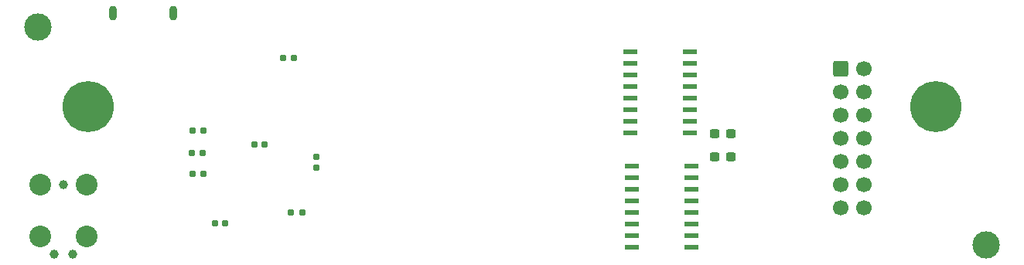
<source format=gbr>
%TF.GenerationSoftware,KiCad,Pcbnew,8.0.2*%
%TF.CreationDate,2024-05-22T10:06:01-07:00*%
%TF.ProjectId,USB_8769M,5553425f-3837-4363-994d-2e6b69636164,rev?*%
%TF.SameCoordinates,Original*%
%TF.FileFunction,Soldermask,Bot*%
%TF.FilePolarity,Negative*%
%FSLAX46Y46*%
G04 Gerber Fmt 4.6, Leading zero omitted, Abs format (unit mm)*
G04 Created by KiCad (PCBNEW 8.0.2) date 2024-05-22 10:06:01*
%MOMM*%
%LPD*%
G01*
G04 APERTURE LIST*
G04 Aperture macros list*
%AMRoundRect*
0 Rectangle with rounded corners*
0 $1 Rounding radius*
0 $2 $3 $4 $5 $6 $7 $8 $9 X,Y pos of 4 corners*
0 Add a 4 corners polygon primitive as box body*
4,1,4,$2,$3,$4,$5,$6,$7,$8,$9,$2,$3,0*
0 Add four circle primitives for the rounded corners*
1,1,$1+$1,$2,$3*
1,1,$1+$1,$4,$5*
1,1,$1+$1,$6,$7*
1,1,$1+$1,$8,$9*
0 Add four rect primitives between the rounded corners*
20,1,$1+$1,$2,$3,$4,$5,0*
20,1,$1+$1,$4,$5,$6,$7,0*
20,1,$1+$1,$6,$7,$8,$9,0*
20,1,$1+$1,$8,$9,$2,$3,0*%
G04 Aperture macros list end*
%ADD10C,3.600000*%
%ADD11C,5.600000*%
%ADD12C,2.374900*%
%ADD13C,0.990600*%
%ADD14RoundRect,0.250000X-0.600000X-0.600000X0.600000X-0.600000X0.600000X0.600000X-0.600000X0.600000X0*%
%ADD15C,1.700000*%
%ADD16O,0.900000X1.600000*%
%ADD17RoundRect,0.155000X0.212500X0.155000X-0.212500X0.155000X-0.212500X-0.155000X0.212500X-0.155000X0*%
%ADD18RoundRect,0.137500X-0.662500X-0.137500X0.662500X-0.137500X0.662500X0.137500X-0.662500X0.137500X0*%
%ADD19RoundRect,0.160000X0.197500X0.160000X-0.197500X0.160000X-0.197500X-0.160000X0.197500X-0.160000X0*%
%ADD20RoundRect,0.237500X0.300000X0.237500X-0.300000X0.237500X-0.300000X-0.237500X0.300000X-0.237500X0*%
%ADD21RoundRect,0.155000X-0.212500X-0.155000X0.212500X-0.155000X0.212500X0.155000X-0.212500X0.155000X0*%
%ADD22C,3.000000*%
%ADD23RoundRect,0.155000X-0.155000X0.212500X-0.155000X-0.212500X0.155000X-0.212500X0.155000X0.212500X0*%
G04 APERTURE END LIST*
D10*
%TO.C,H1*%
X103500000Y-96200000D03*
D11*
X103500000Y-96200000D03*
%TD*%
D10*
%TO.C,H2*%
X196300000Y-96200000D03*
D11*
X196300000Y-96200000D03*
%TD*%
D12*
%TO.C,J2*%
X103305000Y-104760000D03*
D13*
X100765000Y-104760000D03*
D12*
X98225000Y-104760000D03*
X103305000Y-110475000D03*
X98225000Y-110475000D03*
D13*
X101781000Y-112380000D03*
X99749000Y-112380000D03*
%TD*%
D14*
%TO.C,J3*%
X185860000Y-92060000D03*
D15*
X188400000Y-92060000D03*
X185860000Y-94600000D03*
X188400000Y-94600000D03*
X185860000Y-97140000D03*
X188400000Y-97140000D03*
X185860000Y-99680000D03*
X188400000Y-99680000D03*
X185860000Y-102220000D03*
X188400000Y-102220000D03*
X185860000Y-104760000D03*
X188400000Y-104760000D03*
X185860000Y-107300000D03*
X188400000Y-107300000D03*
%TD*%
D16*
%TO.C,J1*%
X112800000Y-86000000D03*
X106200000Y-86000000D03*
%TD*%
D17*
%TO.C,C10*%
X118467500Y-109000000D03*
X117332500Y-109000000D03*
%TD*%
D18*
%TO.C,U6*%
X162850000Y-99145000D03*
X162850000Y-97875000D03*
X162850000Y-96605000D03*
X162850000Y-95335000D03*
X162850000Y-94065000D03*
X162850000Y-92795000D03*
X162850000Y-91525000D03*
X162850000Y-90255000D03*
X169350000Y-90255000D03*
X169350000Y-91525000D03*
X169350000Y-92795000D03*
X169350000Y-94065000D03*
X169350000Y-95335000D03*
X169350000Y-96605000D03*
X169350000Y-97875000D03*
X169350000Y-99145000D03*
%TD*%
D19*
%TO.C,R10*%
X126897500Y-107800000D03*
X125702500Y-107800000D03*
%TD*%
%TO.C,R15*%
X115995000Y-101300000D03*
X114800000Y-101300000D03*
%TD*%
D20*
%TO.C,C20*%
X173800000Y-99200000D03*
X172075000Y-99200000D03*
%TD*%
D17*
%TO.C,C6*%
X125967500Y-90900000D03*
X124832500Y-90900000D03*
%TD*%
D18*
%TO.C,U5*%
X163000000Y-111680000D03*
X163000000Y-110410000D03*
X163000000Y-109140000D03*
X163000000Y-107870000D03*
X163000000Y-106600000D03*
X163000000Y-105330000D03*
X163000000Y-104060000D03*
X163000000Y-102790000D03*
X169500000Y-102790000D03*
X169500000Y-104060000D03*
X169500000Y-105330000D03*
X169500000Y-106600000D03*
X169500000Y-107870000D03*
X169500000Y-109140000D03*
X169500000Y-110410000D03*
X169500000Y-111680000D03*
%TD*%
D21*
%TO.C,C17*%
X121665000Y-100400000D03*
X122800000Y-100400000D03*
%TD*%
D22*
%TO.C,FID4*%
X201800000Y-111400000D03*
%TD*%
D19*
%TO.C,R14*%
X116097500Y-98900000D03*
X114902500Y-98900000D03*
%TD*%
D20*
%TO.C,C21*%
X173800000Y-101710000D03*
X172075000Y-101710000D03*
%TD*%
D23*
%TO.C,C13*%
X128500000Y-101765000D03*
X128500000Y-102900000D03*
%TD*%
D22*
%TO.C,FID3*%
X98000000Y-87500000D03*
%TD*%
D19*
%TO.C,R16*%
X116095000Y-103600000D03*
X114900000Y-103600000D03*
%TD*%
M02*

</source>
